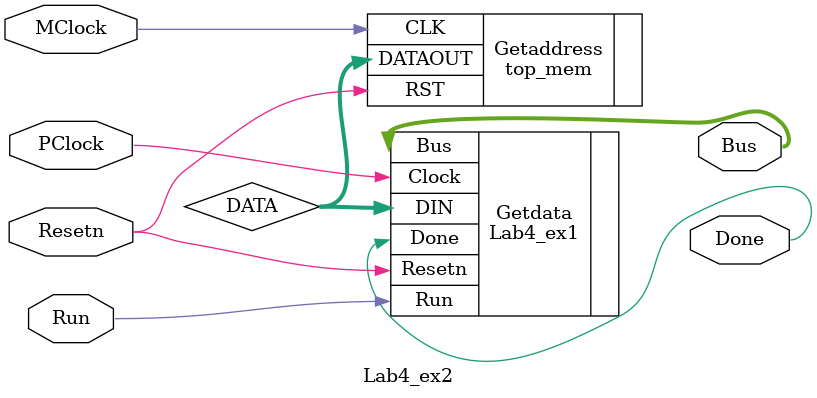
<source format=sv>
module Lab4_ex2(
input MClock, PClock, Resetn, Run,
output Done,
output [8:0] Bus
);

logic [8:0] DATA;

top_mem Getaddress(
.CLK(MClock),
.RST(Resetn),
.DATAOUT(DATA)
);

Lab4_ex1 Getdata(
.DIN(DATA),
.Clock(PClock),
.Resetn(Resetn),
.Run(Run),
.Bus(Bus),
.Done(Done)
);

endmodule
</source>
